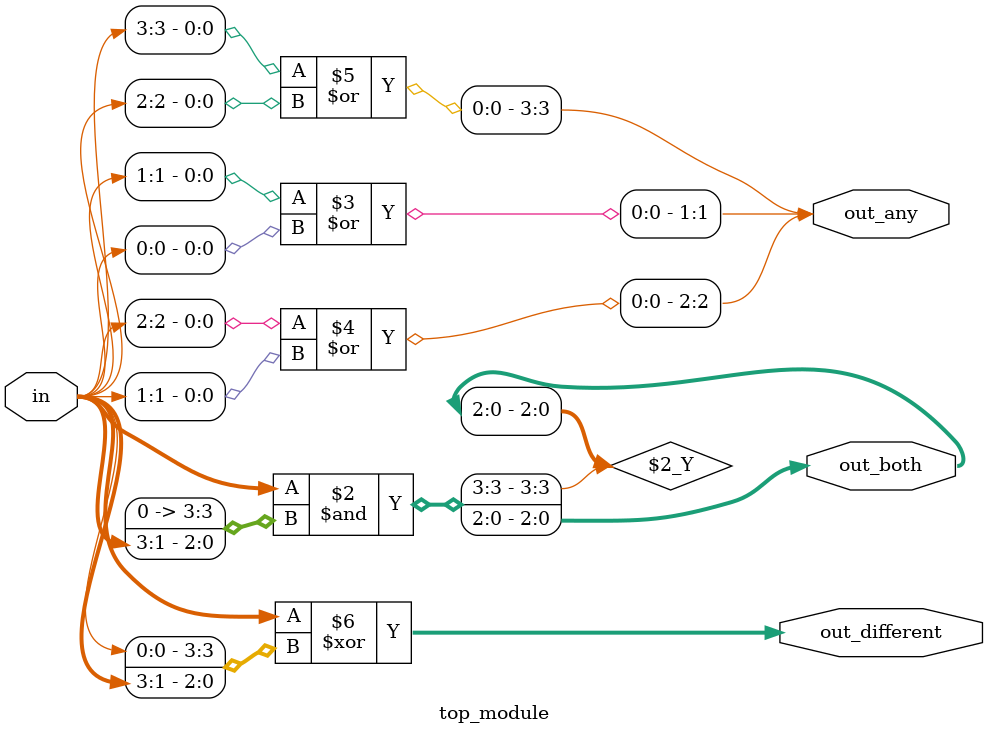
<source format=v>
module top_module( 
    input [3:0] in,
    output [2:0] out_both,
    output [3:1] out_any,
    output [3:0] out_different );
    assign out_both = in & (in>>1);
    assign out_any[3:1] = {(in[3]|in[2]),(in[2]|in[1]),(in[1]|in[0])};
    assign out_different = in ^ {in[0],in[3],in[2],in[1]};
endmodule

</source>
